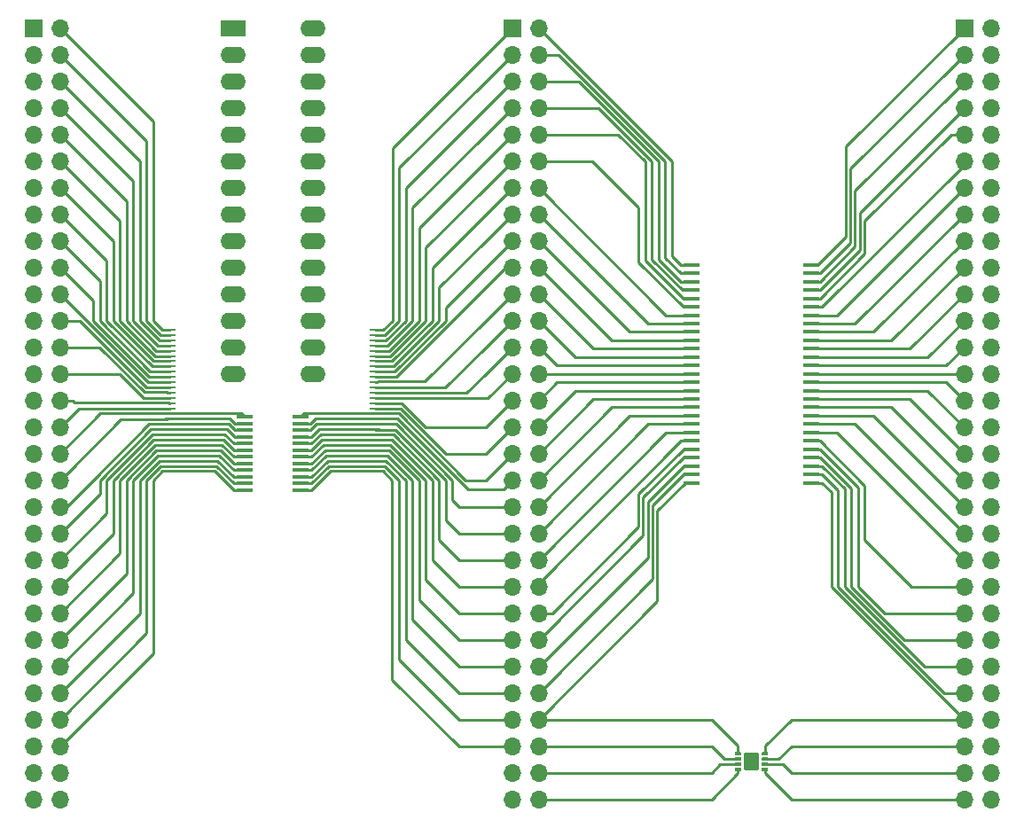
<source format=gbr>
%TF.GenerationSoftware,KiCad,Pcbnew,5.1.5+dfsg1-2build2*%
%TF.CreationDate,2021-12-31T02:56:54+01:00*%
%TF.ProjectId,chip-breakout,63686970-2d62-4726-9561-6b6f75742e6b,rev?*%
%TF.SameCoordinates,Original*%
%TF.FileFunction,Copper,L1,Top*%
%TF.FilePolarity,Positive*%
%FSLAX46Y46*%
G04 Gerber Fmt 4.6, Leading zero omitted, Abs format (unit mm)*
G04 Created by KiCad (PCBNEW 5.1.5+dfsg1-2build2) date 2021-12-31 02:56:54*
%MOMM*%
%LPD*%
G04 APERTURE LIST*
%ADD10O,1.700000X1.700000*%
%ADD11R,1.700000X1.700000*%
%ADD12C,0.100000*%
%ADD13R,1.600000X0.410000*%
%ADD14O,2.400000X1.600000*%
%ADD15R,2.400000X1.600000*%
%ADD16R,1.510000X0.458000*%
%ADD17R,1.100000X0.250000*%
%ADD18C,0.250000*%
G04 APERTURE END LIST*
D10*
X142240000Y-101600000D03*
X139700000Y-101600000D03*
X142240000Y-99060000D03*
X139700000Y-99060000D03*
X142240000Y-96520000D03*
X139700000Y-96520000D03*
X142240000Y-93980000D03*
X139700000Y-93980000D03*
X142240000Y-91440000D03*
X139700000Y-91440000D03*
X142240000Y-88900000D03*
X139700000Y-88900000D03*
X142240000Y-86360000D03*
X139700000Y-86360000D03*
X142240000Y-83820000D03*
X139700000Y-83820000D03*
X142240000Y-81280000D03*
X139700000Y-81280000D03*
X142240000Y-78740000D03*
X139700000Y-78740000D03*
X142240000Y-76200000D03*
X139700000Y-76200000D03*
X142240000Y-73660000D03*
X139700000Y-73660000D03*
X142240000Y-71120000D03*
X139700000Y-71120000D03*
X142240000Y-68580000D03*
X139700000Y-68580000D03*
X142240000Y-66040000D03*
X139700000Y-66040000D03*
X142240000Y-63500000D03*
X139700000Y-63500000D03*
X142240000Y-60960000D03*
X139700000Y-60960000D03*
X142240000Y-58420000D03*
X139700000Y-58420000D03*
X142240000Y-55880000D03*
X139700000Y-55880000D03*
X142240000Y-53340000D03*
X139700000Y-53340000D03*
X142240000Y-50800000D03*
X139700000Y-50800000D03*
X142240000Y-48260000D03*
X139700000Y-48260000D03*
X142240000Y-45720000D03*
X139700000Y-45720000D03*
X142240000Y-43180000D03*
X139700000Y-43180000D03*
X142240000Y-40640000D03*
X139700000Y-40640000D03*
X142240000Y-38100000D03*
X139700000Y-38100000D03*
X142240000Y-35560000D03*
X139700000Y-35560000D03*
X142240000Y-33020000D03*
X139700000Y-33020000D03*
X142240000Y-30480000D03*
X139700000Y-30480000D03*
X142240000Y-27940000D03*
D11*
X139700000Y-27940000D03*
%TA.AperFunction,SMDPad,CuDef*%
D12*
G36*
X120876076Y-97065421D02*
G01*
X120884570Y-97066681D01*
X120892900Y-97068768D01*
X120900985Y-97071661D01*
X120908747Y-97075332D01*
X120916112Y-97079746D01*
X120923009Y-97084862D01*
X120929372Y-97090628D01*
X120935138Y-97096991D01*
X120940254Y-97103888D01*
X120944668Y-97111253D01*
X120948339Y-97119015D01*
X120951232Y-97127100D01*
X120953319Y-97135430D01*
X120954579Y-97143924D01*
X120955000Y-97152500D01*
X120955000Y-97327500D01*
X120954579Y-97336076D01*
X120953319Y-97344570D01*
X120951232Y-97352900D01*
X120948339Y-97360985D01*
X120944668Y-97368747D01*
X120940254Y-97376112D01*
X120935138Y-97383009D01*
X120929372Y-97389372D01*
X120923009Y-97395138D01*
X120916112Y-97400254D01*
X120908747Y-97404668D01*
X120900985Y-97408339D01*
X120892900Y-97411232D01*
X120884570Y-97413319D01*
X120876076Y-97414579D01*
X120867500Y-97415000D01*
X120467500Y-97415000D01*
X120458924Y-97414579D01*
X120450430Y-97413319D01*
X120442100Y-97411232D01*
X120434015Y-97408339D01*
X120426253Y-97404668D01*
X120418888Y-97400254D01*
X120411991Y-97395138D01*
X120405628Y-97389372D01*
X120399862Y-97383009D01*
X120394746Y-97376112D01*
X120390332Y-97368747D01*
X120386661Y-97360985D01*
X120383768Y-97352900D01*
X120381681Y-97344570D01*
X120380421Y-97336076D01*
X120380000Y-97327500D01*
X120380000Y-97152500D01*
X120380421Y-97143924D01*
X120381681Y-97135430D01*
X120383768Y-97127100D01*
X120386661Y-97119015D01*
X120390332Y-97111253D01*
X120394746Y-97103888D01*
X120399862Y-97096991D01*
X120405628Y-97090628D01*
X120411991Y-97084862D01*
X120418888Y-97079746D01*
X120426253Y-97075332D01*
X120434015Y-97071661D01*
X120442100Y-97068768D01*
X120450430Y-97066681D01*
X120458924Y-97065421D01*
X120467500Y-97065000D01*
X120867500Y-97065000D01*
X120876076Y-97065421D01*
G37*
%TD.AperFunction*%
%TA.AperFunction,SMDPad,CuDef*%
G36*
X120876076Y-97565421D02*
G01*
X120884570Y-97566681D01*
X120892900Y-97568768D01*
X120900985Y-97571661D01*
X120908747Y-97575332D01*
X120916112Y-97579746D01*
X120923009Y-97584862D01*
X120929372Y-97590628D01*
X120935138Y-97596991D01*
X120940254Y-97603888D01*
X120944668Y-97611253D01*
X120948339Y-97619015D01*
X120951232Y-97627100D01*
X120953319Y-97635430D01*
X120954579Y-97643924D01*
X120955000Y-97652500D01*
X120955000Y-97827500D01*
X120954579Y-97836076D01*
X120953319Y-97844570D01*
X120951232Y-97852900D01*
X120948339Y-97860985D01*
X120944668Y-97868747D01*
X120940254Y-97876112D01*
X120935138Y-97883009D01*
X120929372Y-97889372D01*
X120923009Y-97895138D01*
X120916112Y-97900254D01*
X120908747Y-97904668D01*
X120900985Y-97908339D01*
X120892900Y-97911232D01*
X120884570Y-97913319D01*
X120876076Y-97914579D01*
X120867500Y-97915000D01*
X120467500Y-97915000D01*
X120458924Y-97914579D01*
X120450430Y-97913319D01*
X120442100Y-97911232D01*
X120434015Y-97908339D01*
X120426253Y-97904668D01*
X120418888Y-97900254D01*
X120411991Y-97895138D01*
X120405628Y-97889372D01*
X120399862Y-97883009D01*
X120394746Y-97876112D01*
X120390332Y-97868747D01*
X120386661Y-97860985D01*
X120383768Y-97852900D01*
X120381681Y-97844570D01*
X120380421Y-97836076D01*
X120380000Y-97827500D01*
X120380000Y-97652500D01*
X120380421Y-97643924D01*
X120381681Y-97635430D01*
X120383768Y-97627100D01*
X120386661Y-97619015D01*
X120390332Y-97611253D01*
X120394746Y-97603888D01*
X120399862Y-97596991D01*
X120405628Y-97590628D01*
X120411991Y-97584862D01*
X120418888Y-97579746D01*
X120426253Y-97575332D01*
X120434015Y-97571661D01*
X120442100Y-97568768D01*
X120450430Y-97566681D01*
X120458924Y-97565421D01*
X120467500Y-97565000D01*
X120867500Y-97565000D01*
X120876076Y-97565421D01*
G37*
%TD.AperFunction*%
%TA.AperFunction,SMDPad,CuDef*%
G36*
X120876076Y-98065421D02*
G01*
X120884570Y-98066681D01*
X120892900Y-98068768D01*
X120900985Y-98071661D01*
X120908747Y-98075332D01*
X120916112Y-98079746D01*
X120923009Y-98084862D01*
X120929372Y-98090628D01*
X120935138Y-98096991D01*
X120940254Y-98103888D01*
X120944668Y-98111253D01*
X120948339Y-98119015D01*
X120951232Y-98127100D01*
X120953319Y-98135430D01*
X120954579Y-98143924D01*
X120955000Y-98152500D01*
X120955000Y-98327500D01*
X120954579Y-98336076D01*
X120953319Y-98344570D01*
X120951232Y-98352900D01*
X120948339Y-98360985D01*
X120944668Y-98368747D01*
X120940254Y-98376112D01*
X120935138Y-98383009D01*
X120929372Y-98389372D01*
X120923009Y-98395138D01*
X120916112Y-98400254D01*
X120908747Y-98404668D01*
X120900985Y-98408339D01*
X120892900Y-98411232D01*
X120884570Y-98413319D01*
X120876076Y-98414579D01*
X120867500Y-98415000D01*
X120467500Y-98415000D01*
X120458924Y-98414579D01*
X120450430Y-98413319D01*
X120442100Y-98411232D01*
X120434015Y-98408339D01*
X120426253Y-98404668D01*
X120418888Y-98400254D01*
X120411991Y-98395138D01*
X120405628Y-98389372D01*
X120399862Y-98383009D01*
X120394746Y-98376112D01*
X120390332Y-98368747D01*
X120386661Y-98360985D01*
X120383768Y-98352900D01*
X120381681Y-98344570D01*
X120380421Y-98336076D01*
X120380000Y-98327500D01*
X120380000Y-98152500D01*
X120380421Y-98143924D01*
X120381681Y-98135430D01*
X120383768Y-98127100D01*
X120386661Y-98119015D01*
X120390332Y-98111253D01*
X120394746Y-98103888D01*
X120399862Y-98096991D01*
X120405628Y-98090628D01*
X120411991Y-98084862D01*
X120418888Y-98079746D01*
X120426253Y-98075332D01*
X120434015Y-98071661D01*
X120442100Y-98068768D01*
X120450430Y-98066681D01*
X120458924Y-98065421D01*
X120467500Y-98065000D01*
X120867500Y-98065000D01*
X120876076Y-98065421D01*
G37*
%TD.AperFunction*%
%TA.AperFunction,SMDPad,CuDef*%
G36*
X120876076Y-98565421D02*
G01*
X120884570Y-98566681D01*
X120892900Y-98568768D01*
X120900985Y-98571661D01*
X120908747Y-98575332D01*
X120916112Y-98579746D01*
X120923009Y-98584862D01*
X120929372Y-98590628D01*
X120935138Y-98596991D01*
X120940254Y-98603888D01*
X120944668Y-98611253D01*
X120948339Y-98619015D01*
X120951232Y-98627100D01*
X120953319Y-98635430D01*
X120954579Y-98643924D01*
X120955000Y-98652500D01*
X120955000Y-98827500D01*
X120954579Y-98836076D01*
X120953319Y-98844570D01*
X120951232Y-98852900D01*
X120948339Y-98860985D01*
X120944668Y-98868747D01*
X120940254Y-98876112D01*
X120935138Y-98883009D01*
X120929372Y-98889372D01*
X120923009Y-98895138D01*
X120916112Y-98900254D01*
X120908747Y-98904668D01*
X120900985Y-98908339D01*
X120892900Y-98911232D01*
X120884570Y-98913319D01*
X120876076Y-98914579D01*
X120867500Y-98915000D01*
X120467500Y-98915000D01*
X120458924Y-98914579D01*
X120450430Y-98913319D01*
X120442100Y-98911232D01*
X120434015Y-98908339D01*
X120426253Y-98904668D01*
X120418888Y-98900254D01*
X120411991Y-98895138D01*
X120405628Y-98889372D01*
X120399862Y-98883009D01*
X120394746Y-98876112D01*
X120390332Y-98868747D01*
X120386661Y-98860985D01*
X120383768Y-98852900D01*
X120381681Y-98844570D01*
X120380421Y-98836076D01*
X120380000Y-98827500D01*
X120380000Y-98652500D01*
X120380421Y-98643924D01*
X120381681Y-98635430D01*
X120383768Y-98627100D01*
X120386661Y-98619015D01*
X120390332Y-98611253D01*
X120394746Y-98603888D01*
X120399862Y-98596991D01*
X120405628Y-98590628D01*
X120411991Y-98584862D01*
X120418888Y-98579746D01*
X120426253Y-98575332D01*
X120434015Y-98571661D01*
X120442100Y-98568768D01*
X120450430Y-98566681D01*
X120458924Y-98565421D01*
X120467500Y-98565000D01*
X120867500Y-98565000D01*
X120876076Y-98565421D01*
G37*
%TD.AperFunction*%
%TA.AperFunction,SMDPad,CuDef*%
G36*
X118301076Y-98565421D02*
G01*
X118309570Y-98566681D01*
X118317900Y-98568768D01*
X118325985Y-98571661D01*
X118333747Y-98575332D01*
X118341112Y-98579746D01*
X118348009Y-98584862D01*
X118354372Y-98590628D01*
X118360138Y-98596991D01*
X118365254Y-98603888D01*
X118369668Y-98611253D01*
X118373339Y-98619015D01*
X118376232Y-98627100D01*
X118378319Y-98635430D01*
X118379579Y-98643924D01*
X118380000Y-98652500D01*
X118380000Y-98827500D01*
X118379579Y-98836076D01*
X118378319Y-98844570D01*
X118376232Y-98852900D01*
X118373339Y-98860985D01*
X118369668Y-98868747D01*
X118365254Y-98876112D01*
X118360138Y-98883009D01*
X118354372Y-98889372D01*
X118348009Y-98895138D01*
X118341112Y-98900254D01*
X118333747Y-98904668D01*
X118325985Y-98908339D01*
X118317900Y-98911232D01*
X118309570Y-98913319D01*
X118301076Y-98914579D01*
X118292500Y-98915000D01*
X117892500Y-98915000D01*
X117883924Y-98914579D01*
X117875430Y-98913319D01*
X117867100Y-98911232D01*
X117859015Y-98908339D01*
X117851253Y-98904668D01*
X117843888Y-98900254D01*
X117836991Y-98895138D01*
X117830628Y-98889372D01*
X117824862Y-98883009D01*
X117819746Y-98876112D01*
X117815332Y-98868747D01*
X117811661Y-98860985D01*
X117808768Y-98852900D01*
X117806681Y-98844570D01*
X117805421Y-98836076D01*
X117805000Y-98827500D01*
X117805000Y-98652500D01*
X117805421Y-98643924D01*
X117806681Y-98635430D01*
X117808768Y-98627100D01*
X117811661Y-98619015D01*
X117815332Y-98611253D01*
X117819746Y-98603888D01*
X117824862Y-98596991D01*
X117830628Y-98590628D01*
X117836991Y-98584862D01*
X117843888Y-98579746D01*
X117851253Y-98575332D01*
X117859015Y-98571661D01*
X117867100Y-98568768D01*
X117875430Y-98566681D01*
X117883924Y-98565421D01*
X117892500Y-98565000D01*
X118292500Y-98565000D01*
X118301076Y-98565421D01*
G37*
%TD.AperFunction*%
%TA.AperFunction,SMDPad,CuDef*%
G36*
X118301076Y-98065421D02*
G01*
X118309570Y-98066681D01*
X118317900Y-98068768D01*
X118325985Y-98071661D01*
X118333747Y-98075332D01*
X118341112Y-98079746D01*
X118348009Y-98084862D01*
X118354372Y-98090628D01*
X118360138Y-98096991D01*
X118365254Y-98103888D01*
X118369668Y-98111253D01*
X118373339Y-98119015D01*
X118376232Y-98127100D01*
X118378319Y-98135430D01*
X118379579Y-98143924D01*
X118380000Y-98152500D01*
X118380000Y-98327500D01*
X118379579Y-98336076D01*
X118378319Y-98344570D01*
X118376232Y-98352900D01*
X118373339Y-98360985D01*
X118369668Y-98368747D01*
X118365254Y-98376112D01*
X118360138Y-98383009D01*
X118354372Y-98389372D01*
X118348009Y-98395138D01*
X118341112Y-98400254D01*
X118333747Y-98404668D01*
X118325985Y-98408339D01*
X118317900Y-98411232D01*
X118309570Y-98413319D01*
X118301076Y-98414579D01*
X118292500Y-98415000D01*
X117892500Y-98415000D01*
X117883924Y-98414579D01*
X117875430Y-98413319D01*
X117867100Y-98411232D01*
X117859015Y-98408339D01*
X117851253Y-98404668D01*
X117843888Y-98400254D01*
X117836991Y-98395138D01*
X117830628Y-98389372D01*
X117824862Y-98383009D01*
X117819746Y-98376112D01*
X117815332Y-98368747D01*
X117811661Y-98360985D01*
X117808768Y-98352900D01*
X117806681Y-98344570D01*
X117805421Y-98336076D01*
X117805000Y-98327500D01*
X117805000Y-98152500D01*
X117805421Y-98143924D01*
X117806681Y-98135430D01*
X117808768Y-98127100D01*
X117811661Y-98119015D01*
X117815332Y-98111253D01*
X117819746Y-98103888D01*
X117824862Y-98096991D01*
X117830628Y-98090628D01*
X117836991Y-98084862D01*
X117843888Y-98079746D01*
X117851253Y-98075332D01*
X117859015Y-98071661D01*
X117867100Y-98068768D01*
X117875430Y-98066681D01*
X117883924Y-98065421D01*
X117892500Y-98065000D01*
X118292500Y-98065000D01*
X118301076Y-98065421D01*
G37*
%TD.AperFunction*%
%TA.AperFunction,SMDPad,CuDef*%
G36*
X118301076Y-97565421D02*
G01*
X118309570Y-97566681D01*
X118317900Y-97568768D01*
X118325985Y-97571661D01*
X118333747Y-97575332D01*
X118341112Y-97579746D01*
X118348009Y-97584862D01*
X118354372Y-97590628D01*
X118360138Y-97596991D01*
X118365254Y-97603888D01*
X118369668Y-97611253D01*
X118373339Y-97619015D01*
X118376232Y-97627100D01*
X118378319Y-97635430D01*
X118379579Y-97643924D01*
X118380000Y-97652500D01*
X118380000Y-97827500D01*
X118379579Y-97836076D01*
X118378319Y-97844570D01*
X118376232Y-97852900D01*
X118373339Y-97860985D01*
X118369668Y-97868747D01*
X118365254Y-97876112D01*
X118360138Y-97883009D01*
X118354372Y-97889372D01*
X118348009Y-97895138D01*
X118341112Y-97900254D01*
X118333747Y-97904668D01*
X118325985Y-97908339D01*
X118317900Y-97911232D01*
X118309570Y-97913319D01*
X118301076Y-97914579D01*
X118292500Y-97915000D01*
X117892500Y-97915000D01*
X117883924Y-97914579D01*
X117875430Y-97913319D01*
X117867100Y-97911232D01*
X117859015Y-97908339D01*
X117851253Y-97904668D01*
X117843888Y-97900254D01*
X117836991Y-97895138D01*
X117830628Y-97889372D01*
X117824862Y-97883009D01*
X117819746Y-97876112D01*
X117815332Y-97868747D01*
X117811661Y-97860985D01*
X117808768Y-97852900D01*
X117806681Y-97844570D01*
X117805421Y-97836076D01*
X117805000Y-97827500D01*
X117805000Y-97652500D01*
X117805421Y-97643924D01*
X117806681Y-97635430D01*
X117808768Y-97627100D01*
X117811661Y-97619015D01*
X117815332Y-97611253D01*
X117819746Y-97603888D01*
X117824862Y-97596991D01*
X117830628Y-97590628D01*
X117836991Y-97584862D01*
X117843888Y-97579746D01*
X117851253Y-97575332D01*
X117859015Y-97571661D01*
X117867100Y-97568768D01*
X117875430Y-97566681D01*
X117883924Y-97565421D01*
X117892500Y-97565000D01*
X118292500Y-97565000D01*
X118301076Y-97565421D01*
G37*
%TD.AperFunction*%
%TA.AperFunction,SMDPad,CuDef*%
G36*
X118301076Y-97065421D02*
G01*
X118309570Y-97066681D01*
X118317900Y-97068768D01*
X118325985Y-97071661D01*
X118333747Y-97075332D01*
X118341112Y-97079746D01*
X118348009Y-97084862D01*
X118354372Y-97090628D01*
X118360138Y-97096991D01*
X118365254Y-97103888D01*
X118369668Y-97111253D01*
X118373339Y-97119015D01*
X118376232Y-97127100D01*
X118378319Y-97135430D01*
X118379579Y-97143924D01*
X118380000Y-97152500D01*
X118380000Y-97327500D01*
X118379579Y-97336076D01*
X118378319Y-97344570D01*
X118376232Y-97352900D01*
X118373339Y-97360985D01*
X118369668Y-97368747D01*
X118365254Y-97376112D01*
X118360138Y-97383009D01*
X118354372Y-97389372D01*
X118348009Y-97395138D01*
X118341112Y-97400254D01*
X118333747Y-97404668D01*
X118325985Y-97408339D01*
X118317900Y-97411232D01*
X118309570Y-97413319D01*
X118301076Y-97414579D01*
X118292500Y-97415000D01*
X117892500Y-97415000D01*
X117883924Y-97414579D01*
X117875430Y-97413319D01*
X117867100Y-97411232D01*
X117859015Y-97408339D01*
X117851253Y-97404668D01*
X117843888Y-97400254D01*
X117836991Y-97395138D01*
X117830628Y-97389372D01*
X117824862Y-97383009D01*
X117819746Y-97376112D01*
X117815332Y-97368747D01*
X117811661Y-97360985D01*
X117808768Y-97352900D01*
X117806681Y-97344570D01*
X117805421Y-97336076D01*
X117805000Y-97327500D01*
X117805000Y-97152500D01*
X117805421Y-97143924D01*
X117806681Y-97135430D01*
X117808768Y-97127100D01*
X117811661Y-97119015D01*
X117815332Y-97111253D01*
X117819746Y-97103888D01*
X117824862Y-97096991D01*
X117830628Y-97090628D01*
X117836991Y-97084862D01*
X117843888Y-97079746D01*
X117851253Y-97075332D01*
X117859015Y-97071661D01*
X117867100Y-97068768D01*
X117875430Y-97066681D01*
X117883924Y-97065421D01*
X117892500Y-97065000D01*
X118292500Y-97065000D01*
X118301076Y-97065421D01*
G37*
%TD.AperFunction*%
%TA.AperFunction,SMDPad,CuDef*%
G36*
X119879504Y-97121204D02*
G01*
X119903773Y-97124804D01*
X119927571Y-97130765D01*
X119950671Y-97139030D01*
X119972849Y-97149520D01*
X119993893Y-97162133D01*
X120013598Y-97176747D01*
X120031777Y-97193223D01*
X120048253Y-97211402D01*
X120062867Y-97231107D01*
X120075480Y-97252151D01*
X120085970Y-97274329D01*
X120094235Y-97297429D01*
X120100196Y-97321227D01*
X120103796Y-97345496D01*
X120105000Y-97370000D01*
X120105000Y-98610000D01*
X120103796Y-98634504D01*
X120100196Y-98658773D01*
X120094235Y-98682571D01*
X120085970Y-98705671D01*
X120075480Y-98727849D01*
X120062867Y-98748893D01*
X120048253Y-98768598D01*
X120031777Y-98786777D01*
X120013598Y-98803253D01*
X119993893Y-98817867D01*
X119972849Y-98830480D01*
X119950671Y-98840970D01*
X119927571Y-98849235D01*
X119903773Y-98855196D01*
X119879504Y-98858796D01*
X119855000Y-98860000D01*
X118905000Y-98860000D01*
X118880496Y-98858796D01*
X118856227Y-98855196D01*
X118832429Y-98849235D01*
X118809329Y-98840970D01*
X118787151Y-98830480D01*
X118766107Y-98817867D01*
X118746402Y-98803253D01*
X118728223Y-98786777D01*
X118711747Y-98768598D01*
X118697133Y-98748893D01*
X118684520Y-98727849D01*
X118674030Y-98705671D01*
X118665765Y-98682571D01*
X118659804Y-98658773D01*
X118656204Y-98634504D01*
X118655000Y-98610000D01*
X118655000Y-97370000D01*
X118656204Y-97345496D01*
X118659804Y-97321227D01*
X118665765Y-97297429D01*
X118674030Y-97274329D01*
X118684520Y-97252151D01*
X118697133Y-97231107D01*
X118711747Y-97211402D01*
X118728223Y-97193223D01*
X118746402Y-97176747D01*
X118766107Y-97162133D01*
X118787151Y-97149520D01*
X118809329Y-97139030D01*
X118832429Y-97130765D01*
X118856227Y-97124804D01*
X118880496Y-97121204D01*
X118905000Y-97120000D01*
X119855000Y-97120000D01*
X119879504Y-97121204D01*
G37*
%TD.AperFunction*%
D13*
X76314300Y-65087500D03*
X76314300Y-65722500D03*
X76314300Y-66357500D03*
X76314300Y-66992500D03*
X76314300Y-70167500D03*
X76314300Y-70802500D03*
X76314300Y-71437500D03*
X76314300Y-72072500D03*
X71005700Y-72072500D03*
X71005700Y-71437500D03*
X71005700Y-70802500D03*
X71005700Y-70167500D03*
X71005700Y-66992500D03*
X71005700Y-66357500D03*
X71005700Y-65722500D03*
X71005700Y-65087500D03*
X71005700Y-67627500D03*
X71005700Y-68262500D03*
X76314300Y-68262500D03*
X76314300Y-67627500D03*
X71005700Y-68897500D03*
X71005700Y-69532500D03*
X76314300Y-68897500D03*
X76314300Y-69532500D03*
D14*
X77470000Y-27940000D03*
X69850000Y-60960000D03*
X77470000Y-30480000D03*
X69850000Y-58420000D03*
X77470000Y-33020000D03*
X69850000Y-55880000D03*
X77470000Y-35560000D03*
X69850000Y-53340000D03*
X77470000Y-38100000D03*
X69850000Y-50800000D03*
X77470000Y-40640000D03*
X69850000Y-48260000D03*
X77470000Y-43180000D03*
X69850000Y-45720000D03*
X77470000Y-45720000D03*
X69850000Y-43180000D03*
X77470000Y-48260000D03*
X69850000Y-40640000D03*
X77470000Y-50800000D03*
X69850000Y-38100000D03*
X77470000Y-53340000D03*
X69850000Y-35560000D03*
X77470000Y-55880000D03*
X69850000Y-33020000D03*
X77470000Y-58420000D03*
X69850000Y-30480000D03*
X77470000Y-60960000D03*
D15*
X69850000Y-27940000D03*
D16*
X125130000Y-50560000D03*
X125130000Y-51360000D03*
X125130000Y-52160000D03*
X125130000Y-52960000D03*
X125130000Y-53760000D03*
X125130000Y-54560000D03*
X125130000Y-55360000D03*
X125130000Y-56160000D03*
X125130000Y-56960000D03*
X125130000Y-57760000D03*
X125130000Y-58560000D03*
X125130000Y-59360000D03*
X125130000Y-60160000D03*
X125130000Y-60960000D03*
X125130000Y-61760000D03*
X125130000Y-62560000D03*
X125130000Y-63360000D03*
X125130000Y-64160000D03*
X125130000Y-64960000D03*
X125130000Y-65760000D03*
X125130000Y-66560000D03*
X125130000Y-67360000D03*
X125130000Y-68160000D03*
X125130000Y-68960000D03*
X125130000Y-69760000D03*
X125130000Y-70560000D03*
X125130000Y-71360000D03*
X113630000Y-71360000D03*
X113630000Y-70560000D03*
X113630000Y-69760000D03*
X113630000Y-68960000D03*
X113630000Y-68160000D03*
X113630000Y-67360000D03*
X113630000Y-66560000D03*
X113630000Y-65760000D03*
X113630000Y-64960000D03*
X113630000Y-64160000D03*
X113630000Y-63360000D03*
X113630000Y-62560000D03*
X113630000Y-61760000D03*
X113630000Y-60960000D03*
X113630000Y-60160000D03*
X113630000Y-59360000D03*
X113630000Y-58560000D03*
X113630000Y-57760000D03*
X113630000Y-56960000D03*
X113630000Y-56160000D03*
X113630000Y-55360000D03*
X113630000Y-54560000D03*
X113630000Y-53760000D03*
X113630000Y-52960000D03*
X113630000Y-52160000D03*
X113630000Y-51360000D03*
X113630000Y-50560000D03*
D17*
X83410000Y-56750000D03*
X83410000Y-57250000D03*
X83410000Y-57750000D03*
X83410000Y-58250000D03*
X83410000Y-58750000D03*
X83410000Y-59250000D03*
X83410000Y-59750000D03*
X83410000Y-60250000D03*
X83410000Y-60750000D03*
X83410000Y-61250000D03*
X83410000Y-61750000D03*
X83410000Y-62250000D03*
X83410000Y-62750000D03*
X83410000Y-63250000D03*
X83410000Y-63750000D03*
X83410000Y-64250000D03*
X83410000Y-64750000D03*
X83410000Y-65250000D03*
X83410000Y-65750000D03*
X83410000Y-66250000D03*
X83410000Y-66750000D03*
X83410000Y-67250000D03*
X83410000Y-67750000D03*
X83410000Y-68250000D03*
X83410000Y-68750000D03*
X83410000Y-69250000D03*
X83410000Y-69750000D03*
X63910000Y-70250000D03*
X63910000Y-69750000D03*
X63910000Y-69250000D03*
X63910000Y-68750000D03*
X63910000Y-68250000D03*
X63910000Y-67750000D03*
X63910000Y-67250000D03*
X63910000Y-66750000D03*
X63910000Y-66250000D03*
X63910000Y-65750000D03*
X63910000Y-65250000D03*
X63910000Y-64750000D03*
X63910000Y-64250000D03*
X63910000Y-63750000D03*
X63910000Y-63250000D03*
X63910000Y-62750000D03*
X63910000Y-62250000D03*
X63910000Y-61750000D03*
X63910000Y-61250000D03*
X63910000Y-60750000D03*
X63910000Y-60250000D03*
X63910000Y-59750000D03*
X63910000Y-59250000D03*
X63910000Y-58750000D03*
X63910000Y-58250000D03*
X63910000Y-57750000D03*
X63910000Y-57250000D03*
X83410000Y-70250000D03*
X63910000Y-56750000D03*
D10*
X99060000Y-101600000D03*
X96520000Y-101600000D03*
X99060000Y-99060000D03*
X96520000Y-99060000D03*
X99060000Y-96520000D03*
X96520000Y-96520000D03*
X99060000Y-93980000D03*
X96520000Y-93980000D03*
X99060000Y-91440000D03*
X96520000Y-91440000D03*
X99060000Y-88900000D03*
X96520000Y-88900000D03*
X99060000Y-86360000D03*
X96520000Y-86360000D03*
X99060000Y-83820000D03*
X96520000Y-83820000D03*
X99060000Y-81280000D03*
X96520000Y-81280000D03*
X99060000Y-78740000D03*
X96520000Y-78740000D03*
X99060000Y-76200000D03*
X96520000Y-76200000D03*
X99060000Y-73660000D03*
X96520000Y-73660000D03*
X99060000Y-71120000D03*
X96520000Y-71120000D03*
X99060000Y-68580000D03*
X96520000Y-68580000D03*
X99060000Y-66040000D03*
X96520000Y-66040000D03*
X99060000Y-63500000D03*
X96520000Y-63500000D03*
X99060000Y-60960000D03*
X96520000Y-60960000D03*
X99060000Y-58420000D03*
X96520000Y-58420000D03*
X99060000Y-55880000D03*
X96520000Y-55880000D03*
X99060000Y-53340000D03*
X96520000Y-53340000D03*
X99060000Y-50800000D03*
X96520000Y-50800000D03*
X99060000Y-48260000D03*
X96520000Y-48260000D03*
X99060000Y-45720000D03*
X96520000Y-45720000D03*
X99060000Y-43180000D03*
X96520000Y-43180000D03*
X99060000Y-40640000D03*
X96520000Y-40640000D03*
X99060000Y-38100000D03*
X96520000Y-38100000D03*
X99060000Y-35560000D03*
X96520000Y-35560000D03*
X99060000Y-33020000D03*
X96520000Y-33020000D03*
X99060000Y-30480000D03*
X96520000Y-30480000D03*
X99060000Y-27940000D03*
D11*
X96520000Y-27940000D03*
D10*
X53340000Y-101600000D03*
X50800000Y-101600000D03*
X53340000Y-99060000D03*
X50800000Y-99060000D03*
X53340000Y-96520000D03*
X50800000Y-96520000D03*
X53340000Y-93980000D03*
X50800000Y-93980000D03*
X53340000Y-91440000D03*
X50800000Y-91440000D03*
X53340000Y-88900000D03*
X50800000Y-88900000D03*
X53340000Y-86360000D03*
X50800000Y-86360000D03*
X53340000Y-83820000D03*
X50800000Y-83820000D03*
X53340000Y-81280000D03*
X50800000Y-81280000D03*
X53340000Y-78740000D03*
X50800000Y-78740000D03*
X53340000Y-76200000D03*
X50800000Y-76200000D03*
X53340000Y-73660000D03*
X50800000Y-73660000D03*
X53340000Y-71120000D03*
X50800000Y-71120000D03*
X53340000Y-68580000D03*
X50800000Y-68580000D03*
X53340000Y-66040000D03*
X50800000Y-66040000D03*
X53340000Y-63500000D03*
X50800000Y-63500000D03*
X53340000Y-60960000D03*
X50800000Y-60960000D03*
X53340000Y-58420000D03*
X50800000Y-58420000D03*
X53340000Y-55880000D03*
X50800000Y-55880000D03*
X53340000Y-53340000D03*
X50800000Y-53340000D03*
X53340000Y-50800000D03*
X50800000Y-50800000D03*
X53340000Y-48260000D03*
X50800000Y-48260000D03*
X53340000Y-45720000D03*
X50800000Y-45720000D03*
X53340000Y-43180000D03*
X50800000Y-43180000D03*
X53340000Y-40640000D03*
X50800000Y-40640000D03*
X53340000Y-38100000D03*
X50800000Y-38100000D03*
X53340000Y-35560000D03*
X50800000Y-35560000D03*
X53340000Y-33020000D03*
X50800000Y-33020000D03*
X53340000Y-30480000D03*
X50800000Y-30480000D03*
X53340000Y-27940000D03*
D11*
X50800000Y-27940000D03*
D18*
X125716000Y-50560000D02*
X128374960Y-47901040D01*
X128374960Y-47901040D02*
X128374960Y-39265040D01*
X128374960Y-39265040D02*
X139700000Y-27940000D01*
X125130000Y-50560000D02*
X125716000Y-50560000D01*
X125899002Y-51360000D02*
X128824970Y-48434032D01*
X128824970Y-41355030D02*
X138850001Y-31329999D01*
X138850001Y-31329999D02*
X139700000Y-30480000D01*
X128824970Y-48434032D02*
X128824970Y-41355030D01*
X125130000Y-51360000D02*
X125899002Y-51360000D01*
X138850001Y-33869999D02*
X139700000Y-33020000D01*
X125130000Y-52160000D02*
X125899002Y-52160000D01*
X129274980Y-43445020D02*
X138850001Y-33869999D01*
X125899002Y-52160000D02*
X129274980Y-48784022D01*
X129274980Y-48784022D02*
X129274980Y-43445020D01*
X125130000Y-52960000D02*
X125899002Y-52960000D01*
X138850001Y-36409999D02*
X139700000Y-35560000D01*
X129724990Y-45535010D02*
X138850001Y-36409999D01*
X129724990Y-49134012D02*
X129724990Y-45535010D01*
X125899002Y-52960000D02*
X129724990Y-49134012D01*
X138430000Y-38100000D02*
X130175000Y-46355000D01*
X130175000Y-49484002D02*
X130175000Y-46355000D01*
X125899002Y-53760000D02*
X130175000Y-49484002D01*
X125130000Y-53760000D02*
X125899002Y-53760000D01*
X139700000Y-38100000D02*
X138430000Y-38100000D01*
X126135000Y-54560000D02*
X139700000Y-40995000D01*
X125130000Y-54560000D02*
X126135000Y-54560000D01*
X127520000Y-55360000D02*
X139700000Y-43180000D01*
X125130000Y-55360000D02*
X127520000Y-55360000D01*
X129260000Y-56160000D02*
X139700000Y-45720000D01*
X125130000Y-56160000D02*
X129260000Y-56160000D01*
X125130000Y-56960000D02*
X131000000Y-56960000D01*
X131000000Y-56960000D02*
X139700000Y-48260000D01*
X132740000Y-57760000D02*
X139700000Y-50800000D01*
X125130000Y-57760000D02*
X132740000Y-57760000D01*
X134480000Y-58560000D02*
X139700000Y-53340000D01*
X125130000Y-58560000D02*
X134480000Y-58560000D01*
X136220000Y-59360000D02*
X139700000Y-55880000D01*
X125130000Y-59360000D02*
X136220000Y-59360000D01*
X137960000Y-60160000D02*
X139700000Y-58420000D01*
X125130000Y-60160000D02*
X137960000Y-60160000D01*
X125130000Y-60960000D02*
X139700000Y-60960000D01*
X137960000Y-61760000D02*
X139700000Y-63500000D01*
X125130000Y-61760000D02*
X137960000Y-61760000D01*
X125130000Y-62560000D02*
X136220000Y-62560000D01*
X136220000Y-62560000D02*
X139700000Y-66040000D01*
X134480000Y-63360000D02*
X139700000Y-68580000D01*
X125130000Y-63360000D02*
X134480000Y-63360000D01*
X132740000Y-64160000D02*
X139700000Y-71120000D01*
X125130000Y-64160000D02*
X132740000Y-64160000D01*
X125130000Y-64960000D02*
X131000000Y-64960000D01*
X131000000Y-64960000D02*
X139700000Y-73660000D01*
X125130000Y-65760000D02*
X129260000Y-65760000D01*
X129260000Y-65760000D02*
X139700000Y-76200000D01*
X127520000Y-66560000D02*
X139700000Y-78740000D01*
X125130000Y-66560000D02*
X127520000Y-66560000D01*
X125899002Y-67360000D02*
X130175000Y-71635998D01*
X130175000Y-76835000D02*
X134620000Y-81280000D01*
X134620000Y-81280000D02*
X139700000Y-81280000D01*
X130175000Y-71635998D02*
X130175000Y-76835000D01*
X125130000Y-67360000D02*
X125899002Y-67360000D01*
X132085640Y-83820000D02*
X139700000Y-83820000D01*
X125130000Y-68160000D02*
X125899002Y-68160000D01*
X129540000Y-81274360D02*
X132085640Y-83820000D01*
X129540000Y-71800998D02*
X129540000Y-81274360D01*
X125899002Y-68160000D02*
X129540000Y-71800998D01*
X128905000Y-71893590D02*
X128905000Y-81275770D01*
X128905000Y-81275770D02*
X133989230Y-86360000D01*
X125971410Y-68960000D02*
X128905000Y-71893590D01*
X125130000Y-68960000D02*
X125971410Y-68960000D01*
X133989230Y-86360000D02*
X139700000Y-86360000D01*
X128270000Y-71895000D02*
X128270000Y-81277180D01*
X125130000Y-69760000D02*
X126135000Y-69760000D01*
X126135000Y-69760000D02*
X128270000Y-71895000D01*
X135892820Y-88900000D02*
X139700000Y-88900000D01*
X128270000Y-81277180D02*
X135892820Y-88900000D01*
X126135000Y-70560000D02*
X127635000Y-72060000D01*
X125130000Y-70560000D02*
X126135000Y-70560000D01*
X127635000Y-81278590D02*
X137796410Y-91440000D01*
X127635000Y-72060000D02*
X127635000Y-81278590D01*
X137796410Y-91440000D02*
X139700000Y-91440000D01*
X126135000Y-71360000D02*
X127000000Y-72225000D01*
X127000000Y-81280000D02*
X139700000Y-93980000D01*
X125130000Y-71360000D02*
X126135000Y-71360000D01*
X127000000Y-72225000D02*
X127000000Y-81280000D01*
X85090000Y-55870000D02*
X85090000Y-39370000D01*
X83410000Y-56750000D02*
X84210000Y-56750000D01*
X85090000Y-39370000D02*
X93980000Y-30480000D01*
X84210000Y-56750000D02*
X85090000Y-55870000D01*
X85725000Y-41275000D02*
X93980000Y-33020000D01*
X85725000Y-55871410D02*
X85725000Y-41275000D01*
X83410000Y-57250000D02*
X84346410Y-57250000D01*
X84346410Y-57250000D02*
X85725000Y-55871410D01*
X86360000Y-55872820D02*
X86360000Y-43180000D01*
X86360000Y-43180000D02*
X93980000Y-35560000D01*
X84482820Y-57750000D02*
X86360000Y-55872820D01*
X83410000Y-57750000D02*
X84482820Y-57750000D01*
X86995000Y-55880000D02*
X86995000Y-45085000D01*
X84625000Y-58250000D02*
X86995000Y-55880000D01*
X83410000Y-58250000D02*
X84625000Y-58250000D01*
X86995000Y-45085000D02*
X93980000Y-38100000D01*
X83410000Y-58750000D02*
X84761410Y-58750000D01*
X87630000Y-55881410D02*
X87630000Y-46990000D01*
X84761410Y-58750000D02*
X87630000Y-55881410D01*
X87630000Y-46990000D02*
X93980000Y-40640000D01*
X88265000Y-55882820D02*
X88265000Y-48895000D01*
X88265000Y-48895000D02*
X93980000Y-43180000D01*
X84897820Y-59250000D02*
X88265000Y-55882820D01*
X83410000Y-59250000D02*
X84897820Y-59250000D01*
X88900000Y-55884230D02*
X88900000Y-50800000D01*
X85034230Y-59750000D02*
X88900000Y-55884230D01*
X88900000Y-50800000D02*
X93980000Y-45720000D01*
X83410000Y-59750000D02*
X85034230Y-59750000D01*
X89535000Y-52705000D02*
X93980000Y-48260000D01*
X85170640Y-60250000D02*
X89535000Y-55885640D01*
X89535000Y-55885640D02*
X89535000Y-52705000D01*
X83410000Y-60250000D02*
X85170640Y-60250000D01*
X90170000Y-55887050D02*
X90170000Y-54610000D01*
X83410000Y-60750000D02*
X85307050Y-60750000D01*
X90170000Y-54610000D02*
X93980000Y-50800000D01*
X85307050Y-60750000D02*
X90170000Y-55887050D01*
X83410000Y-62250000D02*
X90150000Y-62250000D01*
X90150000Y-62250000D02*
X93980000Y-58420000D01*
X83410000Y-62750000D02*
X92190000Y-62750000D01*
X92190000Y-62750000D02*
X93980000Y-60960000D01*
X88281920Y-66040000D02*
X93980000Y-66040000D01*
X85991920Y-63750000D02*
X88281920Y-66040000D01*
X83410000Y-63750000D02*
X85991920Y-63750000D01*
X83705000Y-64250000D02*
X83754990Y-64299990D01*
X90185510Y-68580000D02*
X93980000Y-68580000D01*
X85905501Y-64299991D02*
X90185510Y-68580000D01*
X83410000Y-64250000D02*
X83705000Y-64250000D01*
X83754990Y-64299990D02*
X85905501Y-64299991D01*
X83410000Y-64750000D02*
X85719100Y-64750000D01*
X92075000Y-71118590D02*
X92076410Y-71120000D01*
X92075000Y-71105900D02*
X92075000Y-71118590D01*
X92076410Y-71120000D02*
X93980000Y-71120000D01*
X85719100Y-64750000D02*
X92075000Y-71105900D01*
X91440000Y-71107310D02*
X91440000Y-71120000D01*
X83410000Y-65250000D02*
X85582690Y-65250000D01*
X85582690Y-65250000D02*
X91440000Y-71107310D01*
X85446280Y-65750000D02*
X90805000Y-71108720D01*
X83410000Y-65750000D02*
X85446280Y-65750000D01*
X90805000Y-71108720D02*
X90805000Y-73025000D01*
X83410000Y-66250000D02*
X83410000Y-66265000D01*
X83410000Y-66265000D02*
X83444990Y-66299990D01*
X83444990Y-66299990D02*
X85359861Y-66299991D01*
X90170000Y-71110130D02*
X90170000Y-74930000D01*
X85359861Y-66299991D02*
X90170000Y-71110130D01*
X83410000Y-66750000D02*
X85173460Y-66750000D01*
X85173460Y-66750000D02*
X89535000Y-71111540D01*
X89535000Y-71111540D02*
X89535000Y-76835000D01*
X83410000Y-67250000D02*
X85037050Y-67250000D01*
X88900000Y-71112950D02*
X88900000Y-78740000D01*
X85037050Y-67250000D02*
X88900000Y-71112950D01*
X84900640Y-67750000D02*
X88265000Y-71114360D01*
X83410000Y-67750000D02*
X84900640Y-67750000D01*
X88265000Y-71114360D02*
X88265000Y-80645000D01*
X84764230Y-68250000D02*
X87630000Y-71115770D01*
X87630000Y-71115770D02*
X87630000Y-82550000D01*
X83410000Y-68250000D02*
X84764230Y-68250000D01*
X84627820Y-68750000D02*
X86995000Y-71117180D01*
X83410000Y-68750000D02*
X84627820Y-68750000D01*
X86995000Y-71117180D02*
X86995000Y-84455000D01*
X84491410Y-69250000D02*
X86360000Y-71118590D01*
X83410000Y-69250000D02*
X84491410Y-69250000D01*
X86360000Y-71118590D02*
X86360000Y-86360000D01*
X84355000Y-69750000D02*
X83410000Y-69750000D01*
X85725000Y-71120000D02*
X84355000Y-69750000D01*
X85725000Y-88265000D02*
X85725000Y-71120000D01*
X84210000Y-70250000D02*
X85080000Y-71120000D01*
X85080000Y-71120000D02*
X85080000Y-90160000D01*
X83410000Y-70250000D02*
X84210000Y-70250000D01*
X63910000Y-70250000D02*
X63110000Y-70250000D01*
X63110000Y-70250000D02*
X62230000Y-71130000D01*
X62230000Y-71130000D02*
X62230000Y-87630000D01*
X62230000Y-87630000D02*
X53340000Y-96520000D01*
X62973590Y-69750000D02*
X61595000Y-71128590D01*
X63910000Y-69750000D02*
X62973590Y-69750000D01*
X61595000Y-85725000D02*
X53340000Y-93980000D01*
X61595000Y-71128590D02*
X61595000Y-85725000D01*
X62837180Y-69250000D02*
X60960000Y-71127180D01*
X63910000Y-69250000D02*
X62837180Y-69250000D01*
X60960000Y-83820000D02*
X53340000Y-91440000D01*
X60960000Y-71127180D02*
X60960000Y-83820000D01*
X63910000Y-68750000D02*
X62695000Y-68750000D01*
X62695000Y-68750000D02*
X60325000Y-71120000D01*
X60325000Y-71120000D02*
X60325000Y-81915000D01*
X60325000Y-81915000D02*
X53340000Y-88900000D01*
X62558590Y-68250000D02*
X59690000Y-71118590D01*
X63910000Y-68250000D02*
X62558590Y-68250000D01*
X59690000Y-80010000D02*
X53340000Y-86360000D01*
X59690000Y-71118590D02*
X59690000Y-80010000D01*
X62422180Y-67750000D02*
X59055000Y-71117180D01*
X63910000Y-67750000D02*
X62422180Y-67750000D01*
X59055000Y-78105000D02*
X53340000Y-83820000D01*
X59055000Y-71117180D02*
X59055000Y-78105000D01*
X62285770Y-67250000D02*
X58420000Y-71115770D01*
X63910000Y-67250000D02*
X62285770Y-67250000D01*
X58420000Y-76200000D02*
X53340000Y-81280000D01*
X58420000Y-71115770D02*
X58420000Y-76200000D01*
X62149360Y-66750000D02*
X57785000Y-71114360D01*
X63910000Y-66750000D02*
X62149360Y-66750000D01*
X57785000Y-74295000D02*
X53340000Y-78740000D01*
X57785000Y-71114360D02*
X57785000Y-74295000D01*
X62012950Y-66250000D02*
X57150000Y-71112950D01*
X63910000Y-66250000D02*
X62012950Y-66250000D01*
X57150000Y-72390000D02*
X53340000Y-76200000D01*
X57150000Y-71112950D02*
X57150000Y-72390000D01*
X61876540Y-65750000D02*
X56515000Y-71111540D01*
X63910000Y-65750000D02*
X61876540Y-65750000D01*
X56515000Y-71111540D02*
X56515000Y-71120000D01*
X56515000Y-71120000D02*
X53975000Y-73660000D01*
X53975000Y-73660000D02*
X53340000Y-73660000D01*
X54189999Y-70270001D02*
X53340000Y-71120000D01*
X59160010Y-65299990D02*
X54189999Y-70270001D01*
X63605010Y-65299990D02*
X59160010Y-65299990D01*
X63655000Y-65250000D02*
X63605010Y-65299990D01*
X63910000Y-65250000D02*
X63655000Y-65250000D01*
X57170000Y-64750000D02*
X53340000Y-68580000D01*
X63910000Y-64750000D02*
X57170000Y-64750000D01*
X55130000Y-64250000D02*
X53340000Y-66040000D01*
X63910000Y-64250000D02*
X55130000Y-64250000D01*
X63910000Y-63750000D02*
X63750000Y-63750000D01*
X63750000Y-63750000D02*
X63700010Y-63700010D01*
X63700010Y-63700010D02*
X54742091Y-63700010D01*
X54742091Y-63700010D02*
X54542081Y-63500000D01*
X54542081Y-63500000D02*
X53340000Y-63500000D01*
X63910000Y-63250000D02*
X61328080Y-63250000D01*
X59038080Y-60960000D02*
X53340000Y-60960000D01*
X61328080Y-63250000D02*
X59038080Y-60960000D01*
X63565010Y-62700010D02*
X61414499Y-62700009D01*
X63615000Y-62750000D02*
X63565010Y-62700010D01*
X63910000Y-62750000D02*
X63615000Y-62750000D01*
X57134490Y-58420000D02*
X53340000Y-58420000D01*
X61414499Y-62700009D02*
X57134490Y-58420000D01*
X55245000Y-55894100D02*
X55245000Y-55881410D01*
X61600900Y-62250000D02*
X55245000Y-55894100D01*
X63910000Y-62250000D02*
X61600900Y-62250000D01*
X55243590Y-55880000D02*
X53340000Y-55880000D01*
X55245000Y-55881410D02*
X55243590Y-55880000D01*
X61737310Y-61750000D02*
X55880000Y-55892690D01*
X63910000Y-61750000D02*
X61737310Y-61750000D01*
X55880000Y-55880000D02*
X53340000Y-53340000D01*
X55880000Y-55892690D02*
X55880000Y-55880000D01*
X61873720Y-61250000D02*
X56515000Y-55891280D01*
X63910000Y-61250000D02*
X61873720Y-61250000D01*
X56515000Y-53975000D02*
X53340000Y-50800000D01*
X56515000Y-55891280D02*
X56515000Y-53975000D01*
X61960139Y-60700009D02*
X57150000Y-55889870D01*
X63875010Y-60700010D02*
X61960139Y-60700009D01*
X63910000Y-60735000D02*
X63875010Y-60700010D01*
X63910000Y-60750000D02*
X63910000Y-60735000D01*
X57150000Y-52070000D02*
X53340000Y-48260000D01*
X57150000Y-55889870D02*
X57150000Y-52070000D01*
X62146540Y-60250000D02*
X57785000Y-55888460D01*
X63910000Y-60250000D02*
X62146540Y-60250000D01*
X57785000Y-50165000D02*
X53340000Y-45720000D01*
X57785000Y-55888460D02*
X57785000Y-50165000D01*
X62282950Y-59750000D02*
X58420000Y-55887050D01*
X63910000Y-59750000D02*
X62282950Y-59750000D01*
X58420000Y-48260000D02*
X53340000Y-43180000D01*
X58420000Y-55887050D02*
X58420000Y-48260000D01*
X62419360Y-59250000D02*
X59055000Y-55885640D01*
X63910000Y-59250000D02*
X62419360Y-59250000D01*
X59055000Y-46355000D02*
X53340000Y-40640000D01*
X59055000Y-55885640D02*
X59055000Y-46355000D01*
X62555770Y-58750000D02*
X59690000Y-55884230D01*
X63910000Y-58750000D02*
X62555770Y-58750000D01*
X59690000Y-44450000D02*
X53340000Y-38100000D01*
X59690000Y-55884230D02*
X59690000Y-44450000D01*
X62692180Y-58250000D02*
X60325000Y-55882820D01*
X63910000Y-58250000D02*
X62692180Y-58250000D01*
X60325000Y-42545000D02*
X53340000Y-35560000D01*
X60325000Y-55882820D02*
X60325000Y-42545000D01*
X62828590Y-57750000D02*
X60960000Y-55881410D01*
X63910000Y-57750000D02*
X62828590Y-57750000D01*
X60960000Y-40640000D02*
X53340000Y-33020000D01*
X60960000Y-55881410D02*
X60960000Y-40640000D01*
X62965000Y-57250000D02*
X63910000Y-57250000D01*
X61595000Y-55880000D02*
X62965000Y-57250000D01*
X61595000Y-38735000D02*
X61595000Y-55880000D01*
X53340000Y-30480000D02*
X61595000Y-38735000D01*
X63110000Y-56750000D02*
X62240000Y-55880000D01*
X63910000Y-56750000D02*
X63110000Y-56750000D01*
X62240000Y-36840000D02*
X53340000Y-27940000D01*
X62240000Y-55880000D02*
X62240000Y-36840000D01*
X85080000Y-90160000D02*
X91440000Y-96520000D01*
X91440000Y-96520000D02*
X96520000Y-96520000D01*
X113630000Y-71360000D02*
X113044000Y-71360000D01*
X113044000Y-71360000D02*
X110385040Y-74018960D01*
X110385040Y-82654960D02*
X99060000Y-93980000D01*
X110385040Y-74018960D02*
X110385040Y-82654960D01*
X85725000Y-88265000D02*
X91440000Y-93980000D01*
X91440000Y-93980000D02*
X96520000Y-93980000D01*
X99909999Y-90590001D02*
X99060000Y-91440000D01*
X109935030Y-80564970D02*
X99909999Y-90590001D01*
X112860998Y-70560000D02*
X109935030Y-73485968D01*
X109935030Y-73485968D02*
X109935030Y-80564970D01*
X113630000Y-70560000D02*
X112860998Y-70560000D01*
X86360000Y-86360000D02*
X91440000Y-91440000D01*
X91440000Y-91440000D02*
X96520000Y-91440000D01*
X99909999Y-88050001D02*
X99060000Y-88900000D01*
X109485020Y-78474980D02*
X99909999Y-88050001D01*
X109485020Y-73135978D02*
X109485020Y-78474980D01*
X112860998Y-69760000D02*
X109485020Y-73135978D01*
X113630000Y-69760000D02*
X112860998Y-69760000D01*
X86995000Y-84455000D02*
X91440000Y-88900000D01*
X91440000Y-88900000D02*
X96520000Y-88900000D01*
X99909999Y-85510001D02*
X99060000Y-86360000D01*
X109035010Y-76384990D02*
X99909999Y-85510001D01*
X109035010Y-72785988D02*
X109035010Y-76384990D01*
X112860998Y-68960000D02*
X109035010Y-72785988D01*
X113630000Y-68960000D02*
X112860998Y-68960000D01*
X87630000Y-82550000D02*
X91440000Y-86360000D01*
X91440000Y-86360000D02*
X96520000Y-86360000D01*
X112860998Y-68160000D02*
X108585000Y-72435998D01*
X113630000Y-68160000D02*
X112860998Y-68160000D01*
X108585000Y-72435998D02*
X108585000Y-75565000D01*
X100330000Y-83820000D02*
X108585000Y-75565000D01*
X99060000Y-83820000D02*
X100330000Y-83820000D01*
X88265000Y-80645000D02*
X91440000Y-83820000D01*
X91440000Y-83820000D02*
X96520000Y-83820000D01*
X99060000Y-80925000D02*
X99060000Y-81280000D01*
X112625000Y-67360000D02*
X99060000Y-80925000D01*
X113630000Y-67360000D02*
X112625000Y-67360000D01*
X88900000Y-78740000D02*
X91440000Y-81280000D01*
X91440000Y-81280000D02*
X96520000Y-81280000D01*
X111240000Y-66560000D02*
X99060000Y-78740000D01*
X113630000Y-66560000D02*
X111240000Y-66560000D01*
X89535000Y-76835000D02*
X91440000Y-78740000D01*
X91440000Y-78740000D02*
X96520000Y-78740000D01*
X109500000Y-65760000D02*
X99060000Y-76200000D01*
X113630000Y-65760000D02*
X109500000Y-65760000D01*
X96520000Y-76200000D02*
X91440000Y-76200000D01*
X91440000Y-76200000D02*
X90170000Y-74930000D01*
X107760000Y-64960000D02*
X99060000Y-73660000D01*
X113630000Y-64960000D02*
X107760000Y-64960000D01*
X91440000Y-73660000D02*
X96520000Y-73660000D01*
X90805000Y-73025000D02*
X91440000Y-73660000D01*
X106020000Y-64160000D02*
X99060000Y-71120000D01*
X113630000Y-64160000D02*
X106020000Y-64160000D01*
X95670001Y-71969999D02*
X92289999Y-71969999D01*
X96520000Y-71120000D02*
X95670001Y-71969999D01*
X92289999Y-71969999D02*
X91440000Y-71120000D01*
X91440000Y-71120000D02*
X92075000Y-71755000D01*
X104280000Y-63360000D02*
X99060000Y-68580000D01*
X113630000Y-63360000D02*
X104280000Y-63360000D01*
X93980000Y-71120000D02*
X96520000Y-68580000D01*
X102540000Y-62560000D02*
X99060000Y-66040000D01*
X113630000Y-62560000D02*
X102540000Y-62560000D01*
X93980000Y-68580000D02*
X96520000Y-66040000D01*
X100800000Y-61760000D02*
X99060000Y-63500000D01*
X113630000Y-61760000D02*
X100800000Y-61760000D01*
X93980000Y-66040000D02*
X96520000Y-63500000D01*
X113630000Y-60960000D02*
X99060000Y-60960000D01*
X94180010Y-63299990D02*
X96520000Y-60960000D01*
X83619990Y-63299990D02*
X94180010Y-63299990D01*
X83570000Y-63250000D02*
X83619990Y-63299990D01*
X83410000Y-63250000D02*
X83570000Y-63250000D01*
X100800000Y-60160000D02*
X99060000Y-58420000D01*
X113630000Y-60160000D02*
X100800000Y-60160000D01*
X93980000Y-60960000D02*
X96520000Y-58420000D01*
X102540000Y-59360000D02*
X99060000Y-55880000D01*
X113630000Y-59360000D02*
X102540000Y-59360000D01*
X93980000Y-58420000D02*
X96520000Y-55880000D01*
X104280000Y-58560000D02*
X99060000Y-53340000D01*
X113630000Y-58560000D02*
X104280000Y-58560000D01*
X93980000Y-55880000D02*
X96520000Y-53340000D01*
X88159990Y-61700010D02*
X93980000Y-55880000D01*
X83714990Y-61700010D02*
X88159990Y-61700010D01*
X83665000Y-61750000D02*
X83714990Y-61700010D01*
X83410000Y-61750000D02*
X83665000Y-61750000D01*
X106020000Y-57760000D02*
X99060000Y-50800000D01*
X113630000Y-57760000D02*
X106020000Y-57760000D01*
X95885000Y-50800000D02*
X96520000Y-50800000D01*
X90805000Y-55880000D02*
X95885000Y-50800000D01*
X90805000Y-55888460D02*
X90805000Y-55880000D01*
X85443460Y-61250000D02*
X90805000Y-55888460D01*
X83410000Y-61250000D02*
X85443460Y-61250000D01*
X107760000Y-56960000D02*
X99060000Y-48260000D01*
X113630000Y-56960000D02*
X107760000Y-56960000D01*
X93980000Y-50800000D02*
X96520000Y-48260000D01*
X109500000Y-56160000D02*
X99060000Y-45720000D01*
X113630000Y-56160000D02*
X109500000Y-56160000D01*
X93980000Y-48260000D02*
X96520000Y-45720000D01*
X111240000Y-55360000D02*
X99060000Y-43180000D01*
X113630000Y-55360000D02*
X111240000Y-55360000D01*
X93980000Y-45720000D02*
X96520000Y-43180000D01*
X104140000Y-40640000D02*
X99060000Y-40640000D01*
X108585000Y-50284002D02*
X108585000Y-45085000D01*
X112860998Y-54560000D02*
X108585000Y-50284002D01*
X108585000Y-45085000D02*
X104140000Y-40640000D01*
X113630000Y-54560000D02*
X112860998Y-54560000D01*
X93980000Y-43180000D02*
X96520000Y-40640000D01*
X109220000Y-50119002D02*
X109220000Y-40645640D01*
X112860998Y-53760000D02*
X109220000Y-50119002D01*
X113630000Y-53760000D02*
X112860998Y-53760000D01*
X106674360Y-38100000D02*
X99060000Y-38100000D01*
X109220000Y-40645640D02*
X106674360Y-38100000D01*
X93980000Y-40640000D02*
X96520000Y-38100000D01*
X109855000Y-50026410D02*
X109855000Y-40644230D01*
X112788590Y-52960000D02*
X109855000Y-50026410D01*
X113630000Y-52960000D02*
X112788590Y-52960000D01*
X104770770Y-35560000D02*
X99060000Y-35560000D01*
X109855000Y-40644230D02*
X104770770Y-35560000D01*
X96520000Y-35560000D02*
X93980000Y-38100000D01*
X110490000Y-50025000D02*
X110490000Y-40642820D01*
X112625000Y-52160000D02*
X110490000Y-50025000D01*
X113630000Y-52160000D02*
X112625000Y-52160000D01*
X102867180Y-33020000D02*
X99060000Y-33020000D01*
X110490000Y-40642820D02*
X102867180Y-33020000D01*
X93980000Y-35560000D02*
X96520000Y-33020000D01*
X111125000Y-49860000D02*
X111125000Y-40641410D01*
X112625000Y-51360000D02*
X111125000Y-49860000D01*
X113630000Y-51360000D02*
X112625000Y-51360000D01*
X100963590Y-30480000D02*
X99060000Y-30480000D01*
X111125000Y-40641410D02*
X100963590Y-30480000D01*
X93980000Y-33020000D02*
X96520000Y-30480000D01*
X112625000Y-50560000D02*
X111760000Y-49695000D01*
X113630000Y-50560000D02*
X112625000Y-50560000D01*
X111760000Y-40640000D02*
X99060000Y-27940000D01*
X111760000Y-49695000D02*
X111760000Y-40640000D01*
X93980000Y-30480000D02*
X96520000Y-27940000D01*
X139700000Y-93980000D02*
X123190000Y-93980000D01*
X120667500Y-96502500D02*
X123190000Y-93980000D01*
X120667500Y-97240000D02*
X120667500Y-96502500D01*
X115570000Y-101600000D02*
X99060000Y-101600000D01*
X118092500Y-99077500D02*
X115570000Y-101600000D01*
X118092500Y-98740000D02*
X118092500Y-99077500D01*
X123190000Y-96520000D02*
X139700000Y-96520000D01*
X121970000Y-97740000D02*
X123190000Y-96520000D01*
X120667500Y-97740000D02*
X121970000Y-97740000D01*
X99060000Y-99060000D02*
X115570000Y-99060000D01*
X116390000Y-98240000D02*
X115570000Y-99060000D01*
X118092500Y-98240000D02*
X116390000Y-98240000D01*
X123190000Y-99060000D02*
X139700000Y-99060000D01*
X120667500Y-98240000D02*
X122370000Y-98240000D01*
X122370000Y-98240000D02*
X123190000Y-99060000D01*
X115570000Y-96520000D02*
X99060000Y-96520000D01*
X118092500Y-97740000D02*
X116790000Y-97740000D01*
X116790000Y-97740000D02*
X115570000Y-96520000D01*
X139700000Y-101600000D02*
X123190000Y-101600000D01*
X120667500Y-98740000D02*
X120667500Y-99077500D01*
X120667500Y-99077500D02*
X123190000Y-101600000D01*
X99060000Y-93980000D02*
X115570000Y-93980000D01*
X118092500Y-97240000D02*
X118092500Y-96502500D01*
X118092500Y-96502500D02*
X115570000Y-93980000D01*
X76651800Y-64750000D02*
X76314300Y-65087500D01*
X83410000Y-64750000D02*
X76651800Y-64750000D01*
X82610000Y-65250000D02*
X83410000Y-65250000D01*
X77741802Y-65250000D02*
X82610000Y-65250000D01*
X77269302Y-65722500D02*
X77741802Y-65250000D01*
X76314300Y-65722500D02*
X77269302Y-65722500D01*
X77270712Y-66357500D02*
X76314300Y-66357500D01*
X77878212Y-65750000D02*
X77270712Y-66357500D01*
X83410000Y-65750000D02*
X77878212Y-65750000D01*
X77364300Y-66992500D02*
X76314300Y-66992500D01*
X78106800Y-66250000D02*
X77364300Y-66992500D01*
X83410000Y-66250000D02*
X78106800Y-66250000D01*
X77371350Y-70167500D02*
X76314300Y-70167500D01*
X78788850Y-68750000D02*
X77371350Y-70167500D01*
X83410000Y-68750000D02*
X78788850Y-68750000D01*
X77364300Y-70802500D02*
X76314300Y-70802500D01*
X77372760Y-70802500D02*
X77364300Y-70802500D01*
X78925260Y-69250000D02*
X77372760Y-70802500D01*
X83410000Y-69250000D02*
X78925260Y-69250000D01*
X77364300Y-71437500D02*
X76314300Y-71437500D01*
X77374170Y-71437500D02*
X77364300Y-71437500D01*
X79061670Y-69750000D02*
X77374170Y-71437500D01*
X83410000Y-69750000D02*
X79061670Y-69750000D01*
X83410000Y-70250000D02*
X79198080Y-70250000D01*
X77375580Y-72072500D02*
X76314300Y-72072500D01*
X79198080Y-70250000D02*
X77375580Y-72072500D01*
X63910000Y-70250000D02*
X68123330Y-70250000D01*
X69945830Y-72072500D02*
X71005700Y-72072500D01*
X68123330Y-70250000D02*
X69945830Y-72072500D01*
X68259740Y-69750000D02*
X69947240Y-71437500D01*
X69955700Y-71437500D02*
X71005700Y-71437500D01*
X69947240Y-71437500D02*
X69955700Y-71437500D01*
X63910000Y-69750000D02*
X68259740Y-69750000D01*
X69948650Y-70802500D02*
X69955700Y-70802500D01*
X69955700Y-70802500D02*
X71005700Y-70802500D01*
X68396150Y-69250000D02*
X69948650Y-70802500D01*
X63910000Y-69250000D02*
X68396150Y-69250000D01*
X69950060Y-70167500D02*
X69955700Y-70167500D01*
X68532560Y-68750000D02*
X69950060Y-70167500D01*
X69955700Y-70167500D02*
X71005700Y-70167500D01*
X63910000Y-68750000D02*
X68532560Y-68750000D01*
X70047878Y-66992500D02*
X71005700Y-66992500D01*
X69305378Y-66250000D02*
X70047878Y-66992500D01*
X63910000Y-66250000D02*
X69305378Y-66250000D01*
X70049288Y-66357500D02*
X71005700Y-66357500D01*
X69441788Y-65750000D02*
X70049288Y-66357500D01*
X63910000Y-65750000D02*
X69441788Y-65750000D01*
X70050698Y-65722500D02*
X71005700Y-65722500D01*
X69578198Y-65250000D02*
X70050698Y-65722500D01*
X63910000Y-65250000D02*
X69578198Y-65250000D01*
X70668200Y-64750000D02*
X71005700Y-65087500D01*
X63910000Y-64750000D02*
X70668200Y-64750000D01*
X69955700Y-67627500D02*
X71005700Y-67627500D01*
X69078200Y-66750000D02*
X69955700Y-67627500D01*
X63910000Y-66750000D02*
X69078200Y-66750000D01*
X69954290Y-68262500D02*
X69955700Y-68262500D01*
X68941790Y-67250000D02*
X69954290Y-68262500D01*
X69955700Y-68262500D02*
X71005700Y-68262500D01*
X63910000Y-67250000D02*
X68941790Y-67250000D01*
X77364300Y-68262500D02*
X76314300Y-68262500D01*
X77367120Y-68262500D02*
X77364300Y-68262500D01*
X78379620Y-67250000D02*
X77367120Y-68262500D01*
X83410000Y-67250000D02*
X78379620Y-67250000D01*
X77364300Y-67627500D02*
X76314300Y-67627500D01*
X77365710Y-67627500D02*
X77364300Y-67627500D01*
X78243210Y-66750000D02*
X77365710Y-67627500D01*
X83410000Y-66750000D02*
X78243210Y-66750000D01*
X69955700Y-68897500D02*
X71005700Y-68897500D01*
X69952880Y-68897500D02*
X69955700Y-68897500D01*
X68805380Y-67750000D02*
X69952880Y-68897500D01*
X63910000Y-67750000D02*
X68805380Y-67750000D01*
X69955700Y-69532500D02*
X71005700Y-69532500D01*
X69951470Y-69532500D02*
X69955700Y-69532500D01*
X68668970Y-68250000D02*
X69951470Y-69532500D01*
X63910000Y-68250000D02*
X68668970Y-68250000D01*
X77364300Y-68897500D02*
X76314300Y-68897500D01*
X77368530Y-68897500D02*
X77364300Y-68897500D01*
X78516030Y-67750000D02*
X77368530Y-68897500D01*
X83410000Y-67750000D02*
X78516030Y-67750000D01*
X77364300Y-69532500D02*
X76314300Y-69532500D01*
X77369940Y-69532500D02*
X77364300Y-69532500D01*
X78652440Y-68250000D02*
X77369940Y-69532500D01*
X83410000Y-68250000D02*
X78652440Y-68250000D01*
M02*

</source>
